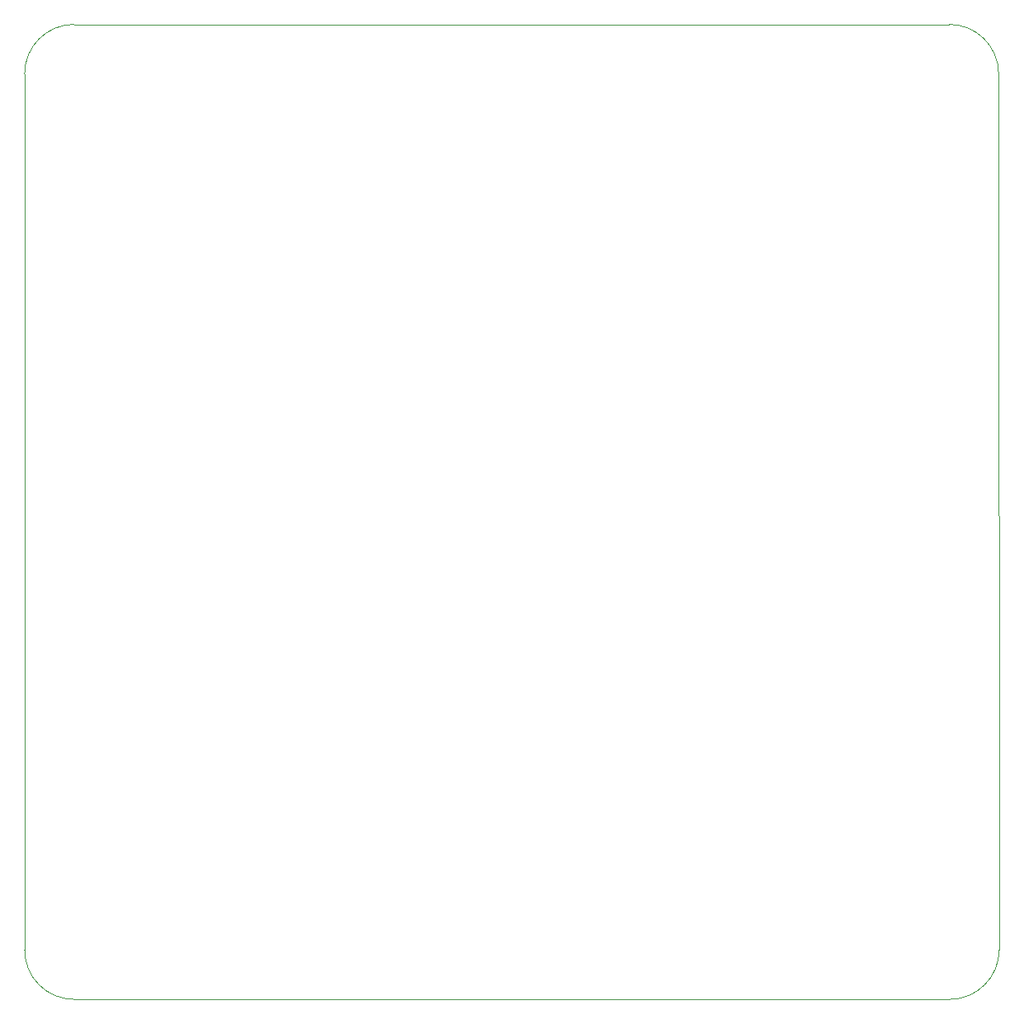
<source format=gbr>
G04 #@! TF.GenerationSoftware,KiCad,Pcbnew,(5.1.5)-3*
G04 #@! TF.CreationDate,2020-09-18T03:25:39-03:00*
G04 #@! TF.ProjectId,SET-RESET,5345542d-5245-4534-9554-2e6b69636164,rev?*
G04 #@! TF.SameCoordinates,Original*
G04 #@! TF.FileFunction,Profile,NP*
%FSLAX46Y46*%
G04 Gerber Fmt 4.6, Leading zero omitted, Abs format (unit mm)*
G04 Created by KiCad (PCBNEW (5.1.5)-3) date 2020-09-18 03:25:39*
%MOMM*%
%LPD*%
G04 APERTURE LIST*
%ADD10C,0.050000*%
G04 APERTURE END LIST*
D10*
X244144800Y-24942800D02*
X154279600Y-24942800D01*
X154279600Y-125069600D02*
X244195600Y-125069600D01*
X249275600Y-119989600D02*
G75*
G02X244195600Y-125069600I-5080000J0D01*
G01*
X149199600Y-30022800D02*
X149199600Y-119989600D01*
X249275600Y-119989600D02*
X249224800Y-30022800D01*
X149199600Y-30022800D02*
G75*
G02X154279600Y-24942800I5080000J0D01*
G01*
X154279600Y-125069600D02*
G75*
G02X149199600Y-119989600I0J5080000D01*
G01*
X244144800Y-24942800D02*
G75*
G02X249224800Y-30022800I0J-5080000D01*
G01*
M02*

</source>
